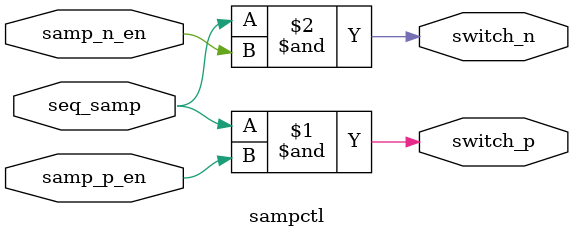
<source format=v>

module sampctl (
    // Input signals
    input  wire seq_samp,      // Sequence sampling signal - determines turn on/off timing
    input  wire samp_p_en,     // Enable for p-side switch control
    input  wire samp_n_en,     // Enable for n-side switch control
    
    // Output signals
    output wire switch_p,      // P-side switch control output
    output wire switch_n       // N-side switch control output
);

    // P-side switch control
    // Active when both seq_samp is active AND samp_p_en is enabled
    assign switch_p = seq_samp & samp_p_en;
    
    // N-side switch control  
    // Active when both seq_samp is active AND samp_n_en is enabled
    assign switch_n = seq_samp & samp_n_en;

endmodule

</source>
